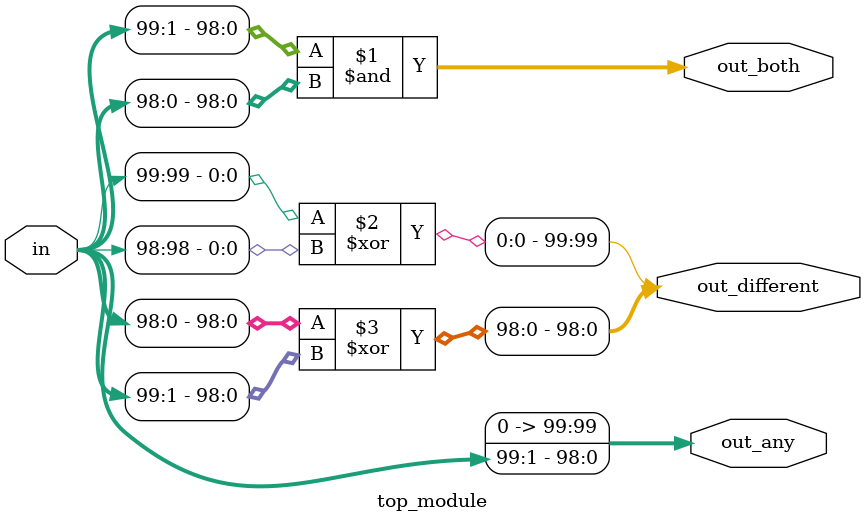
<source format=sv>
module top_module (
    input [99:0] in,
    output [98:0] out_both,
    output [99:0] out_any,
    output [99:0] out_different
);

    // Generate out_both
    assign out_both = in[99:1] & in[98:0];

    // Generate out_any
    assign out_any = in[99:1];

    // Generate out_different
    assign out_different[99] = in[99] ^ in[98];
    assign out_different[98:0] = in[98:0] ^ in[99:1];

endmodule

</source>
